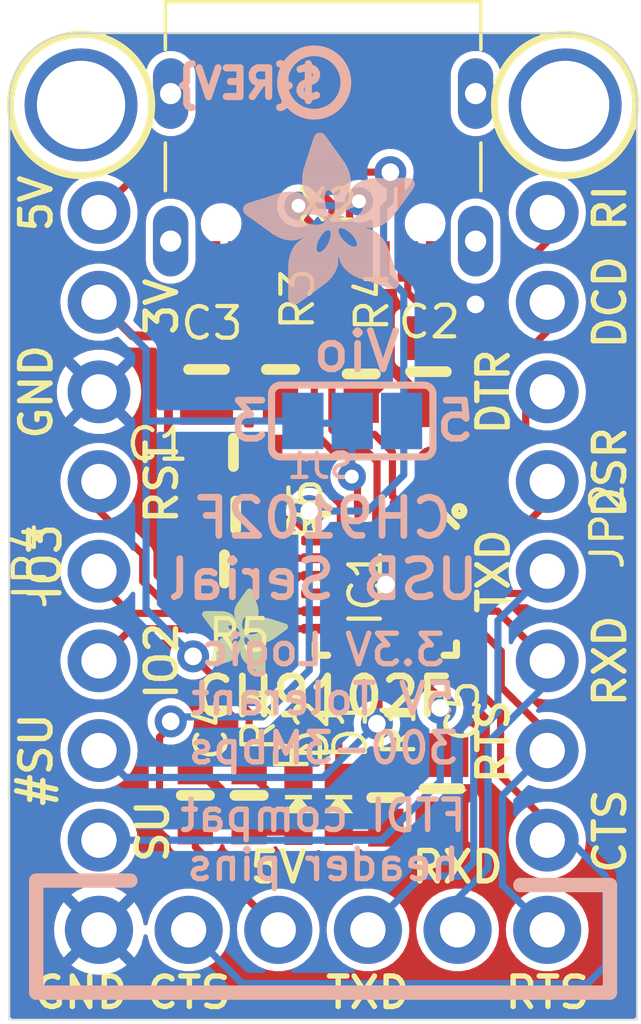
<source format=kicad_pcb>
(kicad_pcb (version 20221018) (generator pcbnew)
  (layers (0 "F.Cu" signal) (31 "B.Cu" signal) (34 "B.Paste" user) (35 "F.Paste" user) (36 "B.SilkS" user "B.Silkscreen") (37 "F.SilkS" user "F.Silkscreen") (38 "B.Mask" user) (39 "F.Mask" user) (44 "Edge.Cuts" user))
  (net 0 "")
  (net 1 "GND")
  (net 2 "VBUS")
  (net 3 "3.3V")
  (net 4 "N$1")
  (net 5 "N$5")
  (net 6 "N$6")
  (net 7 "N$7")
  (net 8 "RXD")
  (net 9 "TXD")
  (net 10 "CTS")
  (net 11 "RTS")
  (net 12 "GPIO2")
  (net 13 "GPIO3")
  (net 14 "RI")
  (net 15 "DCD")
  (net 16 "DTR")
  (net 17 "DSR")
  (net 18 "SUSP")
  (net 19 "#SUSP")
  (net 20 "RST")
  (net 21 "D+")
  (net 22 "D-")
  (net 23 "CC1")
  (net 24 "CC2")
  (net 25 "VBUS_DETECT")
  (net 26 "N$2")
  (net 27 "N$3")
  (net 28 "N$4")
  (footprint "working:0603-NO" (layer "F.Cu") (at 149.5806 100.6856 90)
    (fp_text reference "R4" (at 1.1176 0.3048 90) (layer "F.SilkS") (effects (font (size 0.896031 0.896031) (thickness 0.119969)) (justify left)))
    (fp_text value "5.1K")
    (pad "1" smd rect (at -0.85 0 90) (size 1.075 1) (layers "F.Cu" "F.Paste" "F.Mask") (net 1 "GND"))
    (pad "2" smd rect (at 0.85 0 90) (size 1.075 1) (layers "F.Cu" "F.Paste" "F.Mask") (net 23 "CC1"))
  )
  (footprint "working:USB_C_CUSB31-CFM2AX-01-X" (layer "F.Cu") (at 148.5011 95.2246 180)
    (fp_text reference "X2" (at 0.8168 -0.679) (layer "F.SilkS") (effects (font (size 0.896031 0.896031) (thickness 0.119969)) (justify left)))
    (fp_text value "USB TYPE C")
    (pad "" np_thru_hole circle (at -2.89 -1.2 180) (size 0.65 0.65) (drill 0.65) (layers "*.Cu" "*.Mask"))
    (pad "" np_thru_hole circle (at 2.89 -1.2 180) (size 0.65 0.65) (drill 0.65) (layers "*.Cu" "*.Mask"))
    (pad "A1B12" smd rect (at -3.2 -2.275 180) (size 0.575 1.15) (layers "F.Cu" "F.Mask") (net 1 "GND"))
    (pad "A4B9" smd rect (at -2.4 -2.275 180) (size 0.575 1.15) (layers "F.Cu" "F.Mask") (net 2 "VBUS"))
    (pad "A5" smd rect (at -1.25 -2.275 180) (size 0.275 1.15) (layers "F.Cu" "F.Paste" "F.Mask") (net 23 "CC1"))
    (pad "A6" smd rect (at -0.25 -2.275 180) (size 0.275 1.15) (layers "F.Cu" "F.Paste" "F.Mask") (net 21 "D+"))
    (pad "A7" smd rect (at 0.25 -2.275 180) (size 0.275 1.15) (layers "F.Cu" "F.Paste" "F.Mask") (net 22 "D-"))
    (pad "A8" smd rect (at 1.25 -2.275 180) (size 0.275 1.15) (layers "F.Cu" "F.Paste" "F.Mask"))
    (pad "B1A12" smd rect (at 3.2 -2.275 180) (size 0.575 1.15) (layers "F.Cu" "F.Mask") (net 1 "GND"))
    (pad "B4A9" smd rect (at 2.4 -2.275 180) (size 0.575 1.15) (layers "F.Cu" "F.Mask") (net 2 "VBUS"))
    (pad "B5" smd rect (at 1.75 -2.275 180) (size 0.275 1.15) (layers "F.Cu" "F.Paste" "F.Mask") (net 24 "CC2"))
    (pad "B6" smd rect (at 0.75 -2.275 180) (size 0.275 1.15) (layers "F.Cu" "F.Paste" "F.Mask") (net 21 "D+"))
    (pad "B7" smd rect (at -0.75 -2.275 180) (size 0.275 1.15) (layers "F.Cu" "F.Paste" "F.Mask") (net 22 "D-"))
    (pad "B8" smd rect (at -1.75 -2.275 180) (size 0.275 1.15) (layers "F.Cu" "F.Paste" "F.Mask"))
    (pad "M1" thru_hole oval (at -4.32 -1.7 270) (size 2 1) (drill 0.6) (layers "*.Cu" "*.Mask"))
    (pad "M2" thru_hole oval (at 4.32 -1.7 270) (size 2 1) (drill 0.6) (layers "*.Cu" "*.Mask"))
    (pad "M3" thru_hole oval (at -4.32 2.48 270) (size 2 1) (drill 0.6) (layers "*.Cu" "*.Mask"))
    (pad "M4" thru_hole oval (at 4.32 2.48 270) (size 2 1) (drill 0.6) (layers "*.Cu" "*.Mask"))
  )
  (footprint "working:0603-NO" (layer "F.Cu") (at 147.2946 100.5586 90)
    (fp_text reference "R3" (at 1.0414 0.4826 90) (layer "F.SilkS") (effects (font (size 0.896031 0.896031) (thickness 0.119969)) (justify left)))
    (fp_text value "5.1K")
    (pad "1" smd rect (at -0.85 0 90) (size 1.075 1) (layers "F.Cu" "F.Paste" "F.Mask") (net 1 "GND"))
    (pad "2" smd rect (at 0.85 0 90) (size 1.075 1) (layers "F.Cu" "F.Paste" "F.Mask") (net 24 "CC2"))
  )
  (footprint "working:1X06_ROUND_76" (layer "F.Cu") (at 148.5011 116.4336)
    (fp_text reference "JP1" hide)
    (fp_text value "FTDI")
    (pad "1" thru_hole circle (at -6.35 0 90) (size 1.9304 1.9304) (drill 1) (layers "*.Cu" "*.Mask") (net 1 "GND"))
    (pad "2" thru_hole circle (at -3.81 0 90) (size 1.9304 1.9304) (drill 1) (layers "*.Cu" "*.Mask") (net 10 "CTS"))
    (pad "3" thru_hole circle (at -1.27 0 90) (size 1.9304 1.9304) (drill 1) (layers "*.Cu" "*.Mask") (net 2 "VBUS"))
    (pad "4" thru_hole circle (at 1.27 0 90) (size 1.9304 1.9304) (drill 1) (layers "*.Cu" "*.Mask") (net 9 "TXD"))
    (pad "5" thru_hole circle (at 3.81 0 90) (size 1.9304 1.9304) (drill 1) (layers "*.Cu" "*.Mask") (net 8 "RXD"))
    (pad "6" thru_hole circle (at 6.35 0 90) (size 1.9304 1.9304) (drill 1) (layers "*.Cu" "*.Mask") (net 11 "RTS"))
  )
  (footprint "working:1X08_ROUND_70" (layer "F.Cu") (at 142.1511 105.0036 -90)
    (fp_text reference "JP4" (at -0.1778 1.9558 90) (layer "F.SilkS") (effects (font (size 0.896031 0.896031) (thickness 0.119969)) (justify right)))
    (fp_text value "Control")
    (pad "1" thru_hole circle (at -8.89 0) (size 1.778 1.778) (drill 1) (layers "*.Cu" "*.Mask") (net 2 "VBUS"))
    (pad "2" thru_hole circle (at -6.35 0) (size 1.778 1.778) (drill 1) (layers "*.Cu" "*.Mask") (net 3 "3.3V"))
    (pad "3" thru_hole circle (at -3.81 0) (size 1.778 1.778) (drill 1) (layers "*.Cu" "*.Mask") (net 1 "GND"))
    (pad "4" thru_hole circle (at -1.27 0) (size 1.778 1.778) (drill 1) (layers "*.Cu" "*.Mask") (net 20 "RST"))
    (pad "5" thru_hole circle (at 1.27 0) (size 1.778 1.778) (drill 1) (layers "*.Cu" "*.Mask") (net 13 "GPIO3"))
    (pad "6" thru_hole circle (at 3.81 0) (size 1.778 1.778) (drill 1) (layers "*.Cu" "*.Mask") (net 12 "GPIO2"))
    (pad "7" thru_hole circle (at 6.35 0) (size 1.778 1.778) (drill 1) (layers "*.Cu" "*.Mask") (net 19 "#SUSP"))
    (pad "8" thru_hole circle (at 8.89 0) (size 1.778 1.778) (drill 1) (layers "*.Cu" "*.Mask") (net 18 "SUSP"))
  )
  (footprint "working:MOUNTINGHOLE_2.5_PLATED" (layer "F.Cu") (at 155.3591 93.0656)
    (fp_text reference "U$18" hide)
    (fp_text value "MOUNTINGHOLE2.5" hide)
    (pad "P$1" thru_hole circle (at 0 0) (size 3.2 3.2) (drill 2.5) (layers "*.Cu" "*.Mask"))
    (zone (net 0) (net_name "") (layer "F.Cu") (connect_pads (clearance 0)) (min_thickness 0.25)
      (keepout (tracks not_allowed) (vias not_allowed) (pads not_allowed) (copperpour not_allowed) (footprints allowed))
      (fill (thermal_gap 0.5) (thermal_bridge_width 0.5))
      (polygon (pts (xy 157.3751 93.0656) (xy 157.35548 92.785027) (xy 157.297004 92.509915) (xy 157.200808 92.245619) (xy 157.068765 91.997283) (xy 156.903446 91.76974) (xy 156.708067 91.56742) (xy 156.486433 91.39426) (xy 156.242856 91.253631) (xy 155.982078 91.14827) (xy 155.709175 91.080228) (xy 155.429457 91.050828) (xy 155.148371 91.060644) (xy 154.871385 91.109484) (xy 154.603893 91.196397) (xy 154.3511 91.319693) (xy 154.117926 91.47697) (xy 153.908911 91.665169) (xy 153.728122 91.880625) (xy 153.579078 92.119145) (xy 153.46468 92.376087) (xy 153.387154 92.64645) (xy 153.348011 92.924971) (xy 153.348011 93.206229) (xy 153.387154 93.48475) (xy 153.46468 93.755113) (xy 153.579078 94.012055) (xy 153.728122 94.250575) (xy 153.908911 94.466031) (xy 154.117926 94.65423) (xy 154.3511 94.811507) (xy 154.603893 94.934803) (xy 154.871385 95.021716) (xy 155.148371 95.070556) (xy 155.429457 95.080372) (xy 155.709175 95.050972) (xy 155.982078 94.98293) (xy 156.242856 94.877569) (xy 156.486433 94.73694) (xy 156.708067 94.56378) (xy 156.903446 94.36146) (xy 157.068765 94.133917) (xy 157.200808 93.885581) (xy 157.297004 93.621285) (xy 157.35548 93.346173)))
      (polygon (pts (xy 155.3431 93.0656) (xy 155.347786 93.076914) (xy 155.3591 93.0816) (xy 155.370414 93.076914) (xy 155.3751 93.0656) (xy 155.370414 93.054286) (xy 155.3591 93.0496) (xy 155.347786 93.054286)))
    )
    (zone (net 0) (net_name "") (layer "B.Cu") (connect_pads (clearance 0)) (min_thickness 0.25)
      (keepout (tracks not_allowed) (vias not_allowed) (pads not_allowed) (copperpour not_allowed) (footprints allowed))
      (fill (thermal_gap 0.5) (thermal_bridge_width 0.5))
      (polygon (pts (xy 157.3751 93.0656) (xy 157.35548 92.785027) (xy 157.297004 92.509915) (xy 157.200808 92.245619) (xy 157.068765 91.997283) (xy 156.903446 91.76974) (xy 156.708067 91.56742) (xy 156.486433 91.39426) (xy 156.242856 91.253631) (xy 155.982078 91.14827) (xy 155.709175 91.080228) (xy 155.429457 91.050828) (xy 155.148371 91.060644) (xy 154.871385 91.109484) (xy 154.603893 91.196397) (xy 154.3511 91.319693) (xy 154.117926 91.47697) (xy 153.908911 91.665169) (xy 153.728122 91.880625) (xy 153.579078 92.119145) (xy 153.46468 92.376087) (xy 153.387154 92.64645) (xy 153.348011 92.924971) (xy 153.348011 93.206229) (xy 153.387154 93.48475) (xy 153.46468 93.755113) (xy 153.579078 94.012055) (xy 153.728122 94.250575) (xy 153.908911 94.466031) (xy 154.117926 94.65423) (xy 154.3511 94.811507) (xy 154.603893 94.934803) (xy 154.871385 95.021716) (xy 155.148371 95.070556) (xy 155.429457 95.080372) (xy 155.709175 95.050972) (xy 155.982078 94.98293) (xy 156.242856 94.877569) (xy 156.486433 94.73694) (xy 156.708067 94.56378) (xy 156.903446 94.36146) (xy 157.068765 94.133917) (xy 157.200808 93.885581) (xy 157.297004 93.621285) (xy 157.35548 93.346173)))
      (polygon (pts (xy 155.3431 93.0656) (xy 155.347786 93.076914) (xy 155.3591 93.0816) (xy 155.370414 93.076914) (xy 155.3751 93.0656) (xy 155.370414 93.054286) (xy 155.3591 93.0496) (xy 155.347786 93.054286)))
    )
  )
  (footprint "working:QFN24_4MM_SMSC" (layer "F.Cu") (at 150.2791 106.6546 -90)
    (fp_text reference "IC1" (at -1.0784 0.5782 90) (layer "F.SilkS") (effects (font (size 0.896031 0.896031) (thickness 0.119969)) (justify right)))
    (fp_text value "CH9102F")
    (pad "1" smd roundrect (at -2 -1.25 90) (size 0.8 0.28) (layers "F.Cu" "F.Paste" "F.Mask") (net 14 "RI"))
    (pad "2" smd roundrect (at -2 -0.75 90) (size 0.8 0.28) (layers "F.Cu" "F.Paste" "F.Mask") (net 1 "GND"))
    (pad "3" smd roundrect (at -2 -0.25 90) (size 0.8 0.28) (layers "F.Cu" "F.Paste" "F.Mask") (net 21 "D+"))
    (pad "4" smd roundrect (at -2 0.25 90) (size 0.8 0.28) (layers "F.Cu" "F.Paste" "F.Mask") (net 22 "D-"))
    (pad "5" smd roundrect (at -2 0.75 90) (size 0.8 0.28) (layers "F.Cu" "F.Paste" "F.Mask") (net 27 "N$3"))
    (pad "6" smd roundrect (at -2 1.25 90) (size 0.8 0.28) (layers "F.Cu" "F.Paste" "F.Mask") (net 3 "3.3V"))
    (pad "7" smd roundrect (at -1.25 2) (size 0.8 0.28) (layers "F.Cu" "F.Paste" "F.Mask") (net 2 "VBUS"))
    (pad "8" smd roundrect (at -0.75 2) (size 0.8 0.28) (layers "F.Cu" "F.Paste" "F.Mask") (net 25 "VBUS_DETECT"))
    (pad "9" smd roundrect (at -0.25 2) (size 0.8 0.28) (layers "F.Cu" "F.Paste" "F.Mask") (net 20 "RST"))
    (pad "10" smd roundrect (at 0.25 2) (size 0.8 0.28) (layers "F.Cu" "F.Paste" "F.Mask"))
    (pad "11" smd roundrect (at 0.75 2) (size 0.8 0.28) (layers "F.Cu" "F.Paste" "F.Mask") (net 13 "GPIO3"))
    (pad "12" smd roundrect (at 1.25 2) (size 0.8 0.28) (layers "F.Cu" "F.Paste" "F.Mask") (net 12 "GPIO2"))
    (pad "13" smd roundrect (at 2 1.25 270) (size 0.8 0.28) (layers "F.Cu" "F.Paste" "F.Mask") (net 7 "N$7"))
    (pad "14" smd roundrect (at 2 0.75 270) (size 0.8 0.28) (layers "F.Cu" "F.Paste" "F.Mask") (net 6 "N$6"))
    (pad "15" smd roundrect (at 2 0.25 270) (size 0.8 0.28) (layers "F.Cu" "F.Paste" "F.Mask") (net 19 "#SUSP"))
    (pad "16" smd roundrect (at 2 -0.25 270) (size 0.8 0.28) (layers "F.Cu" "F.Paste" "F.Mask") (net 26 "N$2"))
    (pad "17" smd roundrect (at 2 -0.75 270) (size 0.8 0.28) (layers "F.Cu" "F.Paste" "F.Mask") (net 18 "SUSP"))
    (pad "18" smd roundrect (at 2 -1.25 270) (size 0.8 0.28) (layers "F.Cu" "F.Paste" "F.Mask") (net 10 "CTS"))
    (pad "19" smd roundrect (at 1.25 -2 180) (size 0.8 0.28) (layers "F.Cu" "F.Paste" "F.Mask") (net 11 "RTS"))
    (pad "20" smd roundrect (at 0.75 -2 180) (size 0.8 0.28) (layers "F.Cu" "F.Paste" "F.Mask") (net 8 "RXD"))
    (pad "21" smd roundrect (at 0.25 -2 180) (size 0.8 0.28) (layers "F.Cu" "F.Paste" "F.Mask") (net 9 "TXD"))
    (pad "22" smd roundrect (at -0.25 -2 180) (size 0.8 0.28) (layers "F.Cu" "F.Paste" "F.Mask") (net 17 "DSR"))
    (pad "23" smd roundrect (at -0.75 -2 180) (size 0.8 0.28) (layers "F.Cu" "F.Paste" "F.Mask") (net 16 "DTR"))
    (pad "24" smd roundrect (at -1.25 -2 180) (size 0.8 0.28) (layers "F.Cu" "F.Paste" "F.Mask") (net 15 "DCD"))
    (pad "THERM" smd rect (at 0 0 270) (size 2.5 2.5) (layers "F.Cu" "F.Mask") (net 1 "GND"))
  )
  (footprint "working:MOUNTINGHOLE_2.5_PLATED" (layer "F.Cu") (at 141.6431 93.0656)
    (fp_text reference "U$19" hide)
    (fp_text value "MOUNTINGHOLE2.5" hide)
    (pad "P$1" thru_hole circle (at 0 0) (size 3.2 3.2) (drill 2.5) (layers "*.Cu" "*.Mask"))
    (zone (net 0) (net_name "") (layer "F.Cu") (connect_pads (clearance 0)) (min_thickness 0.25)
      (keepout (tracks not_allowed) (vias not_allowed) (pads not_allowed) (copperpour not_allowed) (footprints allowed))
      (fill (thermal_gap 0.5) (thermal_bridge_width 0.5))
      (polygon (pts (xy 143.6591 93.0656) (xy 143.63948 92.785027) (xy 143.581004 92.509915) (xy 143.484808 92.245619) (xy 143.352765 91.997283) (xy 143.187446 91.76974) (xy 142.992067 91.56742) (xy 142.770433 91.39426) (xy 142.526856 91.253631) (xy 142.266078 91.14827) (xy 141.993175 91.080228) (xy 141.713457 91.050828) (xy 141.432371 91.060644) (xy 141.155385 91.109484) (xy 140.887893 91.196397) (xy 140.6351 91.319693) (xy 140.401926 91.47697) (xy 140.192911 91.665169) (xy 140.012122 91.880625) (xy 139.863078 92.119145) (xy 139.74868 92.376087) (xy 139.671154 92.64645) (xy 139.632011 92.924971) (xy 139.632011 93.206229) (xy 139.671154 93.48475) (xy 139.74868 93.755113) (xy 139.863078 94.012055) (xy 140.012122 94.250575) (xy 140.192911 94.466031) (xy 140.401926 94.65423) (xy 140.6351 94.811507) (xy 140.887893 94.934803) (xy 141.155385 95.021716) (xy 141.432371 95.070556) (xy 141.713457 95.080372) (xy 141.993175 95.050972) (xy 142.266078 94.98293) (xy 142.526856 94.877569) (xy 142.770433 94.73694) (xy 142.992067 94.56378) (xy 143.187446 94.36146) (xy 143.352765 94.133917) (xy 143.484808 93.885581) (xy 143.581004 93.621285) (xy 143.63948 93.346173)))
      (polygon (pts (xy 141.6271 93.0656) (xy 141.631786 93.076914) (xy 141.6431 93.0816) (xy 141.654414 93.076914) (xy 141.6591 93.0656) (xy 141.654414 93.054286) (xy 141.6431 93.0496) (xy 141.631786 93.054286)))
    )
    (zone (net 0) (net_name "") (layer "B.Cu") (connect_pads (clearance 0)) (min_thickness 0.25)
      (keepout (tracks not_allowed) (vias not_allowed) (pads not_allowed) (copperpour not_allowed) (footprints allowed))
      (fill (thermal_gap 0.5) (thermal_bridge_width 0.5))
      (polygon (pts (xy 143.6591 93.0656) (xy 143.63948 92.785027) (xy 143.581004 92.509915) (xy 143.484808 92.245619) (xy 143.352765 91.997283) (xy 143.187446 91.76974) (xy 142.992067 91.56742) (xy 142.770433 91.39426) (xy 142.526856 91.253631) (xy 142.266078 91.14827) (xy 141.993175 91.080228) (xy 141.713457 91.050828) (xy 141.432371 91.060644) (xy 141.155385 91.109484) (xy 140.887893 91.196397) (xy 140.6351 91.319693) (xy 140.401926 91.47697) (xy 140.192911 91.665169) (xy 140.012122 91.880625) (xy 139.863078 92.119145) (xy 139.74868 92.376087) (xy 139.671154 92.64645) (xy 139.632011 92.924971) (xy 139.632011 93.206229) (xy 139.671154 93.48475) (xy 139.74868 93.755113) (xy 139.863078 94.012055) (xy 140.012122 94.250575) (xy 140.192911 94.466031) (xy 140.401926 94.65423) (xy 140.6351 94.811507) (xy 140.887893 94.934803) (xy 141.155385 95.021716) (xy 141.432371 95.070556) (xy 141.713457 95.080372) (xy 141.993175 95.050972) (xy 142.266078 94.98293) (xy 142.526856 94.877569) (xy 142.770433 94.73694) (xy 142.992067 94.56378) (xy 143.187446 94.36146) (xy 143.352765 94.133917) (xy 143.484808 93.885581) (xy 143.581004 93.621285) (xy 143.63948 93.346173)))
      (polygon (pts (xy 141.6271 93.0656) (xy 141.631786 93.076914) (xy 141.6431 93.0816) (xy 141.654414 93.076914) (xy 141.6591 93.0656) (xy 141.654414 93.054286) (xy 141.6431 93.0496) (xy 141.631786 93.054286)))
    )
  )
  (footprint "working:0603-NO" (layer "F.Cu") (at 150.2791 112.6871 90)
    (fp_text reference "R1" (at 1.0795 0.3683 90) (layer "F.SilkS") (effects (font (size 0.896031 0.896031) (thickness 0.119969)) (justify left)))
    (fp_text value "5.1K")
    (pad "1" smd rect (at -0.85 0 90) (size 1.075 1) (layers "F.Cu" "F.Paste" "F.Mask") (net 4 "N$1"))
    (pad "2" smd rect (at 0.85 0 90) (size 1.075 1) (layers "F.Cu" "F.Paste" "F.Mask") (net 3 "3.3V"))
  )
  (footprint "working:ADAFRUIT_2.5MM" (layer "F.Cu") (at 145.0721 109.1946)
    (fp_text reference "U$8" hide)
    (fp_text value "" hide)
  )
  (footprint "working:0805-NO" (layer "F.Cu") (at 145.1991 100.5586 -90)
    (fp_text reference "C3" (at -1.3081 0.8001) (layer "F.SilkS") (effects (font (size 0.896031 0.896031) (thickness 0.119969)) (justify left)))
    (fp_text value "10uF")
    (pad "1" smd rect (at -0.95 0 270) (size 1.24 1.5) (layers "F.Cu" "F.Paste" "F.Mask") (net 3 "3.3V"))
    (pad "2" smd rect (at 0.95 0 270) (size 1.24 1.5) (layers "F.Cu" "F.Paste" "F.Mask") (net 1 "GND"))
  )
  (footprint "working:1X08_ROUND_70" (layer "F.Cu") (at 154.8511 105.0036 90)
    (fp_text reference "JP2" (at -1.2954 1.7018 90) (layer "F.SilkS") (effects (font (size 0.896031 0.896031) (thickness 0.119969)) (justify left)))
    (fp_text value "Modem")
    (pad "1" thru_hole circle (at -8.89 0 180) (size 1.778 1.778) (drill 1) (layers "*.Cu" "*.Mask") (net 10 "CTS"))
    (pad "2" thru_hole circle (at -6.35 0 180) (size 1.778 1.778) (drill 1) (layers "*.Cu" "*.Mask") (net 11 "RTS"))
    (pad "3" thru_hole circle (at -3.81 0 180) (size 1.778 1.778) (drill 1) (layers "*.Cu" "*.Mask") (net 8 "RXD"))
    (pad "4" thru_hole circle (at -1.27 0 180) (size 1.778 1.778) (drill 1) (layers "*.Cu" "*.Mask") (net 9 "TXD"))
    (pad "5" thru_hole circle (at 1.27 0 180) (size 1.778 1.778) (drill 1) (layers "*.Cu" "*.Mask") (net 17 "DSR"))
    (pad "6" thru_hole circle (at 3.81 0 180) (size 1.778 1.778) (drill 1) (layers "*.Cu" "*.Mask") (net 16 "DTR"))
    (pad "7" thru_hole circle (at 6.35 0 180) (size 1.778 1.778) (drill 1) (layers "*.Cu" "*.Mask") (net 15 "DCD"))
    (pad "8" thru_hole circle (at 8.89 0 180) (size 1.778 1.778) (drill 1) (layers "*.Cu" "*.Mask") (net 14 "RI"))
  )
  (footprint "working:0603-NO" (layer "F.Cu") (at 146.0246 104.6861)
    (fp_text reference "R6" (at 1.9812 0.7874 90) (layer "F.SilkS") (effects (font (size 0.896031 0.896031) (thickness 0.119969)) (justify left)))
    (fp_text value "20K")
    (pad "1" smd rect (at -0.85 0) (size 1.075 1) (layers "F.Cu" "F.Paste" "F.Mask") (net 25 "VBUS_DETECT"))
    (pad "2" smd rect (at 0.85 0) (size 1.075 1) (layers "F.Cu" "F.Paste" "F.Mask") (net 2 "VBUS"))
  )
  (footprint "working:0603-NO" (layer "F.Cu") (at 145.7071 106.2101)
    (fp_text reference "R5" (at -0.5334 1.8796) (layer "F.SilkS") (effects (font (size 0.896031 0.896031) (thickness 0.119969)) (justify left)))
    (fp_text value "47K")
    (pad "1" smd rect (at -0.85 0) (size 1.075 1) (layers "F.Cu" "F.Paste" "F.Mask") (net 1 "GND"))
    (pad "2" smd rect (at 0.85 0) (size 1.075 1) (layers "F.Cu" "F.Paste" "F.Mask") (net 25 "VBUS_DETECT"))
  )
  (footprint "working:0805-NO" (layer "F.Cu") (at 151.8666 112.4331 -90)
    (fp_text reference "C5" (at -1.2446 -0.5842 90) (layer "F.SilkS") (effects (font (size 0.896031 0.896031) (thickness 0.119969)) (justify left)))
    (fp_text value "10uF")
    (pad "1" smd rect (at -0.95 0 270) (size 1.24 1.5) (layers "F.Cu" "F.Paste" "F.Mask") (net 26 "N$2"))
    (pad "2" smd rect (at 0.95 0 270) (size 1.24 1.5) (layers "F.Cu" "F.Paste" "F.Mask") (net 1 "GND"))
  )
  (footprint "working:CHIPLED_0603_NOOUTLINE" (layer "F.Cu") (at 147.8026 112.8776)
    (fp_text reference "D2" (at 0.381 -1.1684 90) (layer "F.SilkS") (effects (font (size 0.896031 0.896031) (thickness 0.119969)) (justify left)))
    (fp_text value "GREEN")
    (pad "A" smd rect (at 0 0.75) (size 0.8 0.8) (layers "F.Cu" "F.Paste" "F.Mask") (net 5 "N$5"))
    (pad "C" smd rect (at 0 -0.75) (size 0.8 0.8) (layers "F.Cu" "F.Paste" "F.Mask") (net 7 "N$7"))
  )
  (footprint "working:FIDUCIAL_1MM" (layer "F.Cu") (at 140.5001 115.0366)
    (fp_text reference "FID1" hide)
    (fp_text value "FIDUCIAL_1MM" hide)
    (pad "1" smd roundrect (at 0 0) (size 1 1) (layers "F.Cu" "F.Mask") (roundrect_rratio 0.5))
  )
  (footprint "working:0603-NO" (layer "F.Cu") (at 145.9611 102.9081 180)
    (fp_text reference "C1" (at 1.1938 0.2286) (layer "F.SilkS") (effects (font (size 0.896031 0.896031) (thickness 0.119969)) (justify right)))
    (fp_text value "0.1uF")
    (pad "1" smd rect (at -0.85 0 180) (size 1.075 1) (layers "F.Cu" "F.Paste" "F.Mask") (net 3 "3.3V"))
    (pad "2" smd rect (at 0.85 0 180) (size 1.075 1) (layers "F.Cu" "F.Paste" "F.Mask") (net 1 "GND"))
  )
  (footprint "working:FIDUCIAL_1MM" (layer "F.Cu") (at 151.6126 103.2256)
    (fp_text reference "FID2" hide)
    (fp_text value "FIDUCIAL_1MM" hide)
    (pad "1" smd roundrect (at 0 0) (size 1 1) (layers "F.Cu" "F.Mask") (roundrect_rratio 0.5))
  )
  (footprint "working:CHIPLED_0603_NOOUTLINE" (layer "F.Cu") (at 148.9456 112.8776)
    (fp_text reference "D1" (at 0.3302 -1.1938 90) (layer "F.SilkS") (effects (font (size 0.896031 0.896031) (thickness 0.119969)) (justify left)))
    (fp_text value "RED")
    (pad "A" smd rect (at 0 0.75) (size 0.8 0.8) (layers "F.Cu" "F.Paste" "F.Mask") (net 4 "N$1"))
    (pad "C" smd rect (at 0 -0.75) (size 0.8 0.8) (layers "F.Cu" "F.Paste" "F.Mask") (net 6 "N$6"))
  )
  (footprint "working:0603-NO" (layer "F.Cu") (at 144.8816 112.6236 90)
    (fp_text reference "C4" (at 0.9144 0.4572 90) (layer "F.SilkS") (effects (font (size 0.896031 0.896031) (thickness 0.119969)) (justify left)))
    (fp_text value "0.1uF")
    (pad "1" smd rect (at -0.85 0 90) (size 1.075 1) (layers "F.Cu" "F.Paste" "F.Mask") (net 2 "VBUS"))
    (pad "2" smd rect (at 0.85 0 90) (size 1.075 1) (layers "F.Cu" "F.Paste" "F.Mask") (net 1 "GND"))
  )
  (footprint "working:0805-NO" (layer "F.Cu") (at 151.4856 100.6221 -90)
    (fp_text reference "C2" (at -1.4097 0.9271) (layer "F.SilkS") (effects (font (size 0.896031 0.896031) (thickness 0.119969)) (justify left)))
    (fp_text value "10uF")
    (pad "1" smd rect (at -0.95 0 270) (size 1.24 1.5) (layers "F.Cu" "F.Paste" "F.Mask") (net 2 "VBUS"))
    (pad "2" smd rect (at 0.95 0 270) (size 1.24 1.5) (layers "F.Cu" "F.Paste" "F.Mask") (net 1 "GND"))
  )
  (footprint "working:0603-NO" (layer "F.Cu") (at 146.4056 112.6236 90)
    (fp_text reference "R2" (at 1.1557 0.2667 90) (layer "F.SilkS") (effects (font (size 0.896031 0.896031) (thickness 0.119969)) (justify left)))
    (fp_text value "5.1K")
    (pad "1" smd rect (at -0.85 0 90) (size 1.075 1) (layers "F.Cu" "F.Paste" "F.Mask") (net 5 "N$5"))
    (pad "2" smd rect (at 0.85 0 90) (size 1.075 1) (layers "F.Cu" "F.Paste" "F.Mask") (net 3 "3.3V"))
  )
  (footprint "working:SOLDERJUMPER_2WAY_OPEN_NOPASTE" (layer "B.Cu") (at 149.3266 102.0191)
    (fp_text reference "SJ1" (at -1.905 1.27) (layer "B.SilkS") (effects (font (size 0.692831 0.692831) (thickness 0.119969)) (justify right mirror)))
    (fp_text value "")
    (pad "1" smd rect (at -1.397 0) (size 1.1684 1.6002) (layers "B.Cu") (net 3 "3.3V"))
    (pad "2" smd rect (at 0 0) (size 1.1684 1.6002) (layers "B.Cu") (net 27 "N$3"))
    (pad "3" smd rect (at 1.397 0) (size 1.1684 1.6002) (layers "B.Cu") (net 2 "VBUS"))
  )
  (footprint "working:ADAFRUIT_5MM" (layer "B.Cu") (at 151.1046 98.7171 180)
    (fp_text reference "U$22" hide)
    (fp_text value "" hide)
  )
  (footprint "working:PCBFEAT-REV-040" (layer "B.Cu") (at 148.2471 92.4306 180)
    (fp_text reference "U$17" hide)
    (fp_text value "" hide)
    (fp_text user "${REV}" (at -0.3556 -0.508) (layer "B.SilkS") (effects (font (size 0.8128 0.8128) (thickness 0.2032)) (justify left bottom mirror)))
  )
  (gr_line (start 143.0401 115.0366) (end 140.3731 115.0366) (stroke (width 0.4064)) (layer "B.SilkS"))
  (gr_line (start 140.3731 115.0366) (end 140.3731 118.2116) (stroke (width 0.4064)) (layer "B.SilkS"))
  (gr_line (start 156.6291 115.1636) (end 154.0891 115.1636) (stroke (width 0.4064)) (layer "B.SilkS"))
  (gr_line (start 140.3731 118.2116) (end 156.6291 118.2116) (stroke (width 0.4064)) (layer "B.SilkS"))
  (gr_line (start 156.6291 118.2116) (end 156.6291 115.1636) (stroke (width 0.4064)) (layer "B.SilkS"))
  (gr_line (start 157.3911 92.9386) (end 157.3911 118.9736) (stroke (width 0.05)) (layer "Edge.Cuts"))
  (gr_arc (start 139.6111 92.9386) (mid 140.169062 91.591562) (end 141.5161 91.0336) (stroke (width 0.05)) (layer "Edge.Cuts"))
  (gr_line (start 157.3911 118.9736) (end 139.6111 118.9736) (stroke (width 0.05)) (layer "Edge.Cuts"))
  (gr_line (start 139.6111 118.9736) (end 139.6111 92.9386) (stroke (width 0.05)) (layer "Edge.Cuts"))
  (gr_arc (start 155.4861 91.0336) (mid 156.833138 91.591562) (end 157.3911 92.9386) (stroke (width 0.05)) (layer "Edge.Cuts"))
  (gr_line (start 141.5161 91.0336) (end 155.4861 91.0336) (stroke (width 0.05)) (layer "Edge.Cuts"))
  (gr_text "5" (at 152.2476 102.0191) (layer "B.SilkS") (effects (font (size 1.0795 1.0795) (thickness 0.1905)) (justify mirror)))
  (gr_text "3" (at 146.4056 102.0191) (layer "B.SilkS") (effects (font (size 1.0795 1.0795) (thickness 0.1905)) (justify mirror)))
  (gr_text "CH9102F\nUSB Serial" (at 148.5011 105.6386) (layer "B.SilkS") (effects (font (size 1.0795 1.0795) (thickness 0.1905)) (justify mirror)))
  (gr_text "FTDI compat\nheader pins" (at 148.5011 113.8936) (layer "B.SilkS") (effects (font (size 0.8636 0.8636) (thickness 0.1524)) (justify mirror)))
  (gr_text "Vio" (at 149.4536 100.0506) (layer "B.SilkS") (effects (font (size 1.0795 1.0795) (thickness 0.1905)) (justify mirror)))
  (gr_text "3.3V Logic\n5V Tolerant\n300-3Mbps" (at 148.5011 109.8931) (layer "B.SilkS") (effects (font (size 0.8636 0.8636) (thickness 0.1524)) (justify mirror)))
  (gr_text "R" (at 147.1041 110.9726 90) (layer "F.SilkS") (effects (font (size 0.89408 0.89408) (thickness 0.12192)) (justify right top)))
  (gr_text "GND" (at 141.6431 118.2116) (layer "F.SilkS") (effects (font (size 0.8636 0.8636) (thickness 0.1524))))
  (gr_text "CTS" (at 144.6911 118.2116) (layer "F.SilkS") (effects (font (size 0.8636 0.8636) (thickness 0.1524))))
  (gr_text "#SU" (at 140.3731 111.6076 90) (layer "F.SilkS") (effects (font (size 0.8636 0.8636) (thickness 0.1524))))
  (gr_text "RTS" (at 154.8511 118.2116) (layer "F.SilkS") (effects (font (size 0.8636 0.8636) (thickness 0.1524))))
  (gr_text "DTR" (at 153.3271 101.1936 90) (layer "F.SilkS") (effects (font (size 0.8636 0.8636) (thickness 0.1524))))
  (gr_text "IO3" (at 140.6271 106.0196 90) (layer "F.SilkS") (effects (font (size 0.8636 0.8636) (thickness 0.1524))))
  (gr_text "CTS" (at 156.6291 113.6396 90) (layer "F.SilkS") (effects (font (size 0.8636 0.8636) (thickness 0.1524))))
  (gr_text "CH9102F" (at 148.5011 109.8296) (layer "F.SilkS") (effects (font (size 1.0795 1.0795) (thickness 0.1905))))
  (gr_text "IO2" (at 143.9291 108.8136 90) (layer "F.SilkS") (effects (font (size 0.8636 0.8636) (thickness 0.1524))))
  (gr_text "TXD" (at 153.3271 106.2736 90) (layer "F.SilkS") (effects (font (size 0.8636 0.8636) (thickness 0.1524))))
  (gr_text "RI" (at 156.6291 95.9866 90) (layer "F.SilkS") (effects (font (size 0.8636 0.8636) (thickness 0.1524))))
  (gr_text "RTS" (at 153.3271 111.0996 90) (layer "F.SilkS") (effects (font (size 0.8636 0.8636) (thickness 0.1524))))
  (gr_text "DSR" (at 156.6291 103.4796 90) (layer "F.SilkS") (effects (font (size 0.8636 0.8636) (thickness 0.1524))))
  (gr_text "RST" (at 143.9291 103.7336 90) (layer "F.SilkS") (effects (font (size 0.8636 0.8636) (thickness 0.1524))))
  (gr_text "5V" (at 147.2311 114.6556) (layer "F.SilkS") (effects (font (size 0.8636 0.8636) (thickness 0.1524))))
  (gr_text "GND" (at 140.3731 101.1936 90) (layer "F.SilkS") (effects (font (size 0.8636 0.8636) (thickness 0.1524))))
  (gr_text "DCD" (at 156.6291 98.6536 90) (layer "F.SilkS") (effects (font (size 0.8636 0.8636) (thickness 0.1524))))
  (gr_text "RXD" (at 152.3111 114.6556) (layer "F.SilkS") (effects (font (size 0.8636 0.8636) (thickness 0.1524))))
  (gr_text "RXD" (at 156.6291 108.8136 90) (layer "F.SilkS") (effects (font (size 0.8636 0.8636) (thickness 0.1524))))
  (gr_text "5V" (at 140.3731 95.8596 90) (layer "F.SilkS") (effects (font (size 0.8636 0.8636) (thickness 0.1524))))
  (gr_text "T" (at 148.3741 110.9726 90) (layer "F.SilkS") (effects (font (size 0.89408 0.89408) (thickness 0.12192)) (justify right top)))
  (gr_text "SU" (at 143.6751 113.6396 90) (layer "F.SilkS") (effects (font (size 0.8636 0.8636) (thickness 0.1524))))
  (gr_text "TXD" (at 149.7711 118.2116) (layer "F.SilkS") (effects (font (size 0.8636 0.8636) (thickness 0.1524))))
  (gr_text "3V" (at 143.9291 98.7806 90) (layer "F.SilkS") (effects (font (size 0.8636 0.8636) (thickness 0.1524))))
  (segment (start 152.6547 101.2571) (end 152.3397 101.5721) (width 0.3048) (layer "F.Cu") (net 1))
  (segment (start 145.3011 98.4044) (end 145.4634 98.4044) (width 0.254) (layer "F.Cu") (net 1))
  (segment (start 151.7011 97.7896) (end 152.6547 98.7432) (width 0.3048) (layer "F.Cu") (net 1))
  (segment (start 151.0291 104.6546) (end 151.0291 105.9046) (width 0.254) (layer "F.Cu") (net 1))
  (segment (start 151.7011 97.4996) (end 151.7011 97.7896) (width 0.3048) (layer "F.Cu") (net 1))
  (segment (start 152.6547 98.7432) (end 152.6547 101.2571) (width 0.3048) (layer "F.Cu") (net 1))
  (segment (start 152.3397 101.5721) (end 151.4856 101.5721) (width 0.3048) (layer "F.Cu") (net 1))
  (segment (start 151.0291 105.9046) (end 150.2791 106.6546) (width 0.254) (layer "F.Cu") (net 1))
  (segment (start 145.3011 97.4996) (end 145.3011 98.4044) (width 0.3048) (layer "F.Cu") (net 1))
  (via (at 152.8191 98.7171) (size 0.9064) (drill 0.5) (layers "F.Cu" "B.Cu") (net 1))
  (via (at 150.2791 106.6546) (size 0.9064) (drill 0.5) (layers "F.Cu" "B.Cu") (net 1))
  (segment (start 146.2917 96.706519) (end 146.2917 95.8092) (width 0.2032) (layer "F.Cu") (net 2))
  (segment (start 147.8721 104.8071) (end 147.6816 104.8071) (width 0.2032) (layer "F.Cu") (net 2))
  (segment (start 148.108387 104.570813) (end 147.8721 104.8071) (width 0.2032) (layer "F.Cu") (net 2))
  (segment (start 148.2791 105.4046) (end 147.77685 104.90235) (width 0.2032) (layer "F.Cu") (net 2))
  (segment (start 147.6816 104.8071) (end 146.9956 104.8071) (width 0.2032) (layer "F.Cu") (net 2))
  (segment (start 150.7105 95.2115) (end 150.4696 94.9706) (width 0.2032) (layer "F.Cu") (net 2))
  (segment (start 143.8656 110.9726) (end 143.8656 113.0681) (width 0.2032) (layer "F.Cu") (net 2))
  (segment (start 144.8816 114.0841) (end 144.8816 113.4736) (width 0.2032) (layer "F.Cu") (net 2))
  (segment (start 150.9011 98.3866) (end 151.4856 98.9711) (width 0.2032) (layer "F.Cu") (net 2))
  (segment (start 145.1991 94.7166) (end 149.2631 94.7166) (width 0.2032) (layer "F.Cu") (net 2))
  (segment (start 150.7105 97.309) (end 150.9011 97.4996) (width 0.2032) (layer "F.Cu") (net 2))
  (segment (start 143.5481 94.7166) (end 142.1511 96.1136) (width 0.2032) (layer "F.Cu") (net 2))
  (segment (start 146.2917 95.8092) (end 145.1991 94.7166) (width 0.2032) (layer "F.Cu") (net 2))
  (segment (start 144.8816 113.4736) (end 144.2711 113.4736) (width 0.2032) (layer "F.Cu") (net 2))
  (segment (start 150.4061 94.9706) (end 149.5171 94.9706) (width 0.2032) (layer "F.Cu") (net 2))
  (segment (start 145.1991 94.7166) (end 143.5481 94.7166) (width 0.2032) (layer "F.Cu") (net 2))
  (segment (start 151.4856 98.9711) (end 151.4856 99.6721) (width 0.2032) (layer "F.Cu") (net 2))
  (segment (start 150.9011 97.4996) (end 150.9011 98.3866) (width 0.2032) (layer "F.Cu") (net 2))
  (segment (start 144.1831 110.5281) (end 144.1831 110.6551) (width 0.2032) (layer "F.Cu") (net 2))
  (segment (start 148.108387 104.570813) (end 147.77685 104.90235) (width 0.2032) (layer "F.Cu") (net 2))
  (segment (start 146.1011 97.4996) (end 146.006618 97.405119) (width 0.2032) (layer "F.Cu") (net 2))
  (segment (start 149.5171 94.9706) (end 149.2631 94.7166) (width 0.2032) (layer "F.Cu") (net 2))
  (segment (start 146.006618 96.9916) (end 146.2917 96.706519) (width 0.2032) (layer "F.Cu") (net 2))
  (segment (start 150.4061 94.9706) (end 150.4696 94.9706) (width 0.2032) (layer "F.Cu") (net 2))
  (segment (start 147.2311 116.4336) (end 144.8816 114.0841) (width 0.2032) (layer "F.Cu") (net 2))
  (segment (start 146.9956 104.8071) (end 146.8746 104.6861) (width 0.2032) (layer "F.Cu") (net 2))
  (segment (start 144.2711 113.4736) (end 143.8656 113.0681) (width 0.2032) (layer "F.Cu") (net 2))
  (segment (start 146.006618 96.9916) (end 146.006618 97.405119) (width 0.2032) (layer "F.Cu") (net 2))
  (segment (start 150.7105 95.2115) (end 150.7105 97.309) (width 0.2032) (layer "F.Cu") (net 2))
  (segment (start 144.1831 110.6551) (end 143.8656 110.9726) (width 0.2032) (layer "F.Cu") (net 2))
  (via (at 148.108387 104.570813) (size 0.9064) (drill 0.5) (layers "F.Cu" "B.Cu") (net 2))
  (via (at 144.1831 110.5281) (size 0.9064) (drill 0.5) (layers "F.Cu" "B.Cu") (net 2))
  (via (at 150.4061 94.9706) (size 0.9064) (drill 0.5) (layers "F.Cu" "B.Cu") (net 2))
  (segment (start 150.2156 95.9866) (end 150.2156 97.8281) (width 0.2032) (layer "B.Cu") (net 2))
  (segment (start 150.7871 102.0191) (end 150.7871 103.5431) (width 0.2032) (layer "B.Cu") (net 2))
  (segment (start 150.7871 98.3996) (end 150.7871 102.0191) (width 0.2032) (layer "B.Cu") (net 2))
  (segment (start 146.7866 110.4011) (end 144.3101 110.4011) (width 0.2032) (layer "B.Cu") (net 2))
  (segment (start 148.108387 104.570813) (end 149.759387 104.570813) (width 0.2032) (layer "B.Cu") (net 2))
  (segment (start 144.1831 110.5281) (end 144.3101 110.4011) (width 0.2032) (layer "B.Cu") (net 2))
  (segment (start 150.7236 102.0191) (end 150.7871 102.0191) (width 0.2032) (layer "B.Cu") (net 2))
  (segment (start 150.7871 98.3996) (end 150.2156 97.8281) (width 0.2032) (layer "B.Cu") (net 2))
  (segment (start 148.108387 109.079313) (end 148.108387 104.570813) (width 0.2032) (layer "B.Cu") (net 2))
  (segment (start 150.4061 95.7961) (end 150.4061 94.9706) (width 0.2032) (layer "B.Cu") (net 2))
  (segment (start 150.7871 103.5431) (end 149.759387 104.570813) (width 0.2032) (layer "B.Cu") (net 2))
  (segment (start 150.4061 95.7961) (end 150.2156 95.9866) (width 0.2032) (layer "B.Cu") (net 2))
  (segment (start 148.108387 109.079313) (end 146.7866 110.4011) (width 0.2032) (layer "B.Cu") (net 2))
  (segment (start 148.379075 103.7336) (end 147.3191 103.7336) (width 0.254) (layer "F.Cu") (net 3))
  (segment (start 149.0291 104.6546) (end 149.0291 104.383625) (width 0.254) (layer "F.Cu") (net 3))
  (segment (start 146.4056 111.7736) (end 146.4056 110.2741) (width 0.2032) (layer "F.Cu") (net 3))
  (segment (start 150.2791 112.06165) (end 149.41785 112.9229) (width 0.2032) (layer "F.Cu") (net 3))
  (segment (start 147.3191 103.7336) (end 146.8111 103.2256) (width 0.254) (layer "F.Cu") (net 3))
  (segment (start 146.8111 103.4161) (end 146.4301 103.7971) (width 0.254) (layer "F.Cu") (net 3))
  (segment (start 144.3101 103.7971) (end 144.1196 103.6066) (width 0.254) (layer "F.Cu") (net 3))
  (segment (start 145.1991 99.6086) (end 144.1196 99.6086) (width 0.254) (layer "F.Cu") (net 3))
  (segment (start 147.3581 112.9229) (end 146.4056 111.9704) (width 0.2032) (layer "F.Cu") (net 3))
  (segment (start 146.4056 110.2741) (end 144.8181 108.6866) (width 0.2032) (layer "F.Cu") (net 3))
  (segment (start 144.1196 103.6066) (end 144.1196 99.6086) (width 0.254) (layer "F.Cu") (net 3))
  (segment (start 146.4056 111.7736) (end 146.4056 111.9704) (width 0.2032) (layer "F.Cu") (net 3))
  (segment (start 150.2791 111.8371) (end 150.2791 112.06165) (width 0.2032) (layer "F.Cu") (net 3))
  (segment (start 144.1196 99.6086) (end 143.1061 99.6086) (width 0.254) (layer "F.Cu") (net 3))
  (segment (start 147.3581 112.9229) (end 149.41785 112.9229) (width 0.2032) (layer "F.Cu") (net 3))
  (segment (start 146.4301 103.7971) (end 144.3101 103.7971) (width 0.254) (layer "F.Cu") (net 3))
  (segment (start 146.8111 103.2256) (end 146.8111 102.9081) (width 0.254) (layer "F.Cu") (net 3))
  (segment (start 143.1061 99.6086) (end 142.1511 98.6536) (width 0.254) (layer "F.Cu") (net 3))
  (segment (start 149.0291 104.383625) (end 148.379075 103.7336) (width 0.254) (layer "F.Cu") (net 3))
  (segment (start 146.8111 102.9081) (end 146.8111 103.4161) (width 0.254) (layer "F.Cu") (net 3))
  (via (at 144.8181 108.6866) (size 0.9064) (drill 0.5) (layers "F.Cu" "B.Cu") (net 3))
  (segment (start 143.4846 99.9871) (end 143.4846 101.956507) (width 0.2032) (layer "B.Cu") (net 3))
  (segment (start 143.547193 102.0191) (end 143.4846 101.956507) (width 0.2032) (layer "B.Cu") (net 3))
  (segment (start 143.4846 101.956507) (end 143.4846 107.3531) (width 0.2032) (layer "B.Cu") (net 3))
  (segment (start 144.8181 108.6866) (end 143.4846 107.3531) (width 0.2032) (layer "B.Cu") (net 3))
  (segment (start 147.9296 102.0191) (end 143.547193 102.0191) (width 0.2032) (layer "B.Cu") (net 3))
  (segment (start 143.4846 99.9871) (end 142.1511 98.6536) (width 0.2032) (layer "B.Cu") (net 3))
  (segment (start 150.2791 113.5371) (end 150.0886 113.7276) (width 0.2032) (layer "F.Cu") (net 4))
  (segment (start 150.0886 113.7276) (end 149.0456 113.7276) (width 0.2032) (layer "F.Cu") (net 4))
  (segment (start 148.9456 113.6276) (end 149.0456 113.7276) (width 0.2032) (layer "F.Cu") (net 4))
  (segment (start 146.5961 113.6641) (end 146.4056 113.4736) (width 0.2032) (layer "F.Cu") (net 5))
  (segment (start 147.7661 113.6641) (end 146.5961 113.6641) (width 0.2032) (layer "F.Cu") (net 5))
  (segment (start 147.8026 113.6276) (end 147.7661 113.6641) (width 0.2032) (layer "F.Cu") (net 5))
  (segment (start 149.5291 109.0991) (end 149.4656 109.1626) (width 0.2032) (layer "F.Cu") (net 6))
  (segment (start 148.9456 112.1276) (end 148.9456 109.8416) (width 0.2032) (layer "F.Cu") (net 6))
  (segment (start 149.5291 108.6546) (end 149.5291 109.0991) (width 0.2032) (layer "F.Cu") (net 6))
  (segment (start 149.4656 109.1626) (end 149.4656 109.3216) (width 0.2032) (layer "F.Cu") (net 6))
  (segment (start 149.4656 109.3216) (end 148.9456 109.8416) (width 0.2032) (layer "F.Cu") (net 6))
  (segment (start 149.0291 109.1111) (end 147.8026 110.3376) (width 0.2032) (layer "F.Cu") (net 7))
  (segment (start 147.8026 110.3376) (end 147.8026 112.1276) (width 0.2032) (layer "F.Cu") (net 7))
  (segment (start 149.0291 108.6546) (end 149.0291 109.1111) (width 0.2032) (layer "F.Cu") (net 7))
  (segment (start 152.2791 107.4046) (end 153.4421 107.4046) (width 0.2032) (layer "F.Cu") (net 8))
  (segment (start 153.4421 107.4046) (end 154.8511 108.8136) (width 0.2032) (layer "F.Cu") (net 8))
  (segment (start 152.3111 115.5446) (end 153.1747 114.681) (width 0.2032) (layer "B.Cu") (net 8))
  (segment (start 154.8511 109.4486) (end 154.8511 108.8136) (width 0.2032) (layer "B.Cu") (net 8))
  (segment (start 153.1747 114.681) (end 153.1747 111.125) (width 0.2032) (layer "B.Cu") (net 8))
  (segment (start 152.3111 116.4336) (end 152.3111 115.5446) (width 0.2032) (layer "B.Cu") (net 8))
  (segment (start 153.1747 111.125) (end 154.8511 109.4486) (width 0.2032) (layer "B.Cu") (net 8))
  (segment (start 154.2201 106.9046) (end 154.8511 106.2736) (width 0.2032) (layer "F.Cu") (net 9))
  (segment (start 152.2791 106.9046) (end 154.2201 106.9046) (width 0.2032) (layer "F.Cu") (net 9))
  (segment (start 152.7683 114.512663) (end 152.7683 110.956663) (width 0.2032) (layer "B.Cu") (net 9))
  (segment (start 153.4541 110.270863) (end 153.4541 107.6706) (width 0.2032) (layer "B.Cu") (net 9))
  (segment (start 152.371362 114.9096) (end 152.7683 114.512663) (width 0.2032) (layer "B.Cu") (net 9))
  (segment (start 153.4541 107.6706) (end 154.8511 106.2736) (width 0.2032) (layer "B.Cu") (net 9))
  (segment (start 149.7711 116.4336) (end 151.2951 114.9096) (width 0.2032) (layer "B.Cu") (net 9))
  (segment (start 151.2951 114.9096) (end 152.371362 114.9096) (width 0.2032) (layer "B.Cu") (net 9))
  (segment (start 152.7683 110.956663) (end 153.4541 110.270863) (width 0.2032) (layer "B.Cu") (net 9))
  (segment (start 151.5291 108.6546) (end 151.6561 108.5276) (width 0.2032) (layer "F.Cu") (net 10))
  (segment (start 154.8511 113.3856) (end 154.8511 113.8936) (width 0.2032) (layer "F.Cu") (net 10))
  (segment (start 151.7831 108.5276) (end 151.6561 108.5276) (width 0.2032) (layer "F.Cu") (net 10))
  (segment (start 153.5303 110.2748) (end 151.7831 108.5276) (width 0.2032) (layer "F.Cu") (net 10))
  (segment (start 153.5303 112.0648) (end 154.8511 113.3856) (width 0.2032) (layer "F.Cu") (net 10))
  (segment (start 153.5303 110.2748) (end 153.5303 112.0648) (width 0.2032) (layer "F.Cu") (net 10))
  (segment (start 155.9941 117.9576) (end 156.5021 117.4496) (width 0.2032) (layer "B.Cu") (net 10))
  (segment (start 156.5021 117.4496) (end 156.5021 114.9096) (width 0.2032) (layer "B.Cu") (net 10))
  (segment (start 146.2151 117.9576) (end 155.9941 117.9576) (width 0.2032) (layer "B.Cu") (net 10))
  (segment (start 156.5021 114.9096) (end 155.4861 113.8936) (width 0.2032) (layer "B.Cu") (net 10))
  (segment (start 155.4861 113.8936) (end 154.8511 113.8936) (width 0.2032) (layer "B.Cu") (net 10))
  (segment (start 144.6911 116.4336) (end 146.2151 117.9576) (width 0.2032) (layer "B.Cu") (net 10))
  (segment (start 153.5491 108.5396) (end 152.9141 107.9046) (width 0.2032) (layer "F.Cu") (net 11))
  (segment (start 154.8511 110.8576) (end 154.8511 111.3536) (width 0.2032) (layer "F.Cu") (net 11))
  (segment (start 154.8511 110.8576) (end 153.5491 109.5556) (width 0.2032) (layer "F.Cu") (net 11))
  (segment (start 152.2791 107.9046) (end 152.9141 107.9046) (width 0.2032) (layer "F.Cu") (net 11))
  (segment (start 153.5491 108.5396) (end 153.5491 109.5556) (width 0.2032) (layer "F.Cu") (net 11))
  (segment (start 153.5811 115.1636) (end 153.5811 112.6236) (width 0.2032) (layer "B.Cu") (net 11))
  (segment (start 153.5811 112.6236) (end 154.8511 111.3536) (width 0.2032) (layer "B.Cu") (net 11))
  (segment (start 154.8511 116.4336) (end 153.5811 115.1636) (width 0.2032) (layer "B.Cu") (net 11))
  (segment (start 143.0601 107.9046) (end 142.1511 108.8136) (width 0.2032) (layer "F.Cu") (net 12))
  (segment (start 148.2791 107.9046) (end 143.0601 107.9046) (width 0.2032) (layer "F.Cu") (net 12))
  (segment (start 148.2791 107.4046) (end 147.7076 107.4046) (width 0.2032) (layer "F.Cu") (net 13))
  (segment (start 142.1511 106.2736) (end 142.1511 106.5911) (width 0.2032) (layer "F.Cu") (net 13))
  (segment (start 147.6441 107.4681) (end 143.0281 107.4681) (width 0.2032) (layer "F.Cu") (net 13))
  (segment (start 143.0281 107.4681) (end 142.1511 106.5911) (width 0.2032) (layer "F.Cu") (net 13))
  (segment (start 147.7076 107.4046) (end 147.6441 107.4681) (width 0.2032) (layer "F.Cu") (net 13))
  (segment (start 152.7356 104.2101) (end 152.2911 104.6546) (width 0.2032) (layer "F.Cu") (net 14))
  (segment (start 153.6164 100.056832) (end 153.2389 100.434332) (width 0.2032) (layer "F.Cu") (net 14))
  (segment (start 152.7356 102.8646) (end 152.7356 104.2101) (width 0.2032) (layer "F.Cu") (net 14))
  (segment (start 153.2389 102.3613) (end 152.7356 102.8646) (width 0.2032) (layer "F.Cu") (net 14))
  (segment (start 154.8511 96.9391) (end 153.6164 98.1738) (width 0.2032) (layer "F.Cu") (net 14))
  (segment (start 154.8511 96.1136) (end 154.8511 96.9391) (width 0.2032) (layer "F.Cu") (net 14))
  (segment (start 153.2389 100.434332) (end 153.2389 102.3613) (width 0.2032) (layer "F.Cu") (net 14))
  (segment (start 153.6164 98.1738) (end 153.6164 100.056832) (width 0.2032) (layer "F.Cu") (net 14))
  (segment (start 152.2911 104.6546) (end 151.5291 104.6546) (width 0.2032) (layer "F.Cu") (net 14))
  (segment (start 153.1681 103.070338) (end 153.1681 104.7696) (width 0.2032) (layer "F.Cu") (net 15))
  (segment (start 153.6453 102.593138) (end 153.6453 100.6856) (width 0.2032) (layer "F.Cu") (net 15))
  (segment (start 153.1681 103.070338) (end 153.6453 102.593138) (width 0.2032) (layer "F.Cu") (net 15))
  (segment (start 152.2791 105.4046) (end 152.5331 105.4046) (width 0.2032) (layer "F.Cu") (net 15))
  (segment (start 154.8511 99.4798) (end 153.6453 100.6856) (width 0.2032) (layer "F.Cu") (net 15))
  (segment (start 153.1681 104.7696) (end 152.5331 105.4046) (width 0.2032) (layer "F.Cu") (net 15))
  (segment (start 154.8511 98.6536) (end 154.8511 99.4798) (width 0.2032) (layer "F.Cu") (net 15))
  (segment (start 153.6189 104.99485) (end 153.6189 103.194275) (width 0.2032) (layer "F.Cu") (net 16))
  (segment (start 154.2422 101.3841) (end 154.4327 101.1936) (width 0.2032) (layer "F.Cu") (net 16))
  (segment (start 153.6189 103.194275) (end 154.2422 102.570975) (width 0.2032) (layer "F.Cu") (net 16))
  (segment (start 152.7153 105.8494) (end 152.6601 105.9046) (width 0.2032) (layer "F.Cu") (net 16))
  (segment (start 152.76435 105.8494) (end 153.6189 104.99485) (width 0.2032) (layer "F.Cu") (net 16))
  (segment (start 154.4327 101.1936) (end 154.8511 101.1936) (width 0.2032) (layer "F.Cu") (net 16))
  (segment (start 152.2791 105.9046) (end 152.6601 105.9046) (width 0.2032) (layer "F.Cu") (net 16))
  (segment (start 154.2422 102.570975) (end 154.2422 101.3841) (width 0.2032) (layer "F.Cu") (net 16))
  (segment (start 152.7153 105.8494) (end 152.76435 105.8494) (width 0.2032) (layer "F.Cu") (net 16))
  (segment (start 152.2791 106.4046) (end 152.783887 106.4046) (width 0.2032) (layer "F.Cu") (net 17))
  (segment (start 154.8511 103.7336) (end 154.8511 104.337388) (width 0.2032) (layer "F.Cu") (net 17))
  (segment (start 152.783887 106.4046) (end 154.8511 104.337388) (width 0.2032) (layer "F.Cu") (net 17))
  (segment (start 151.0843 108.7098) (end 151.0843 109.13985) (width 0.2032) (layer "F.Cu") (net 18))
  (segment (start 151.8198 109.87535) (end 151.8198 110.1471) (width 0.2032) (layer "F.Cu") (net 18))
  (segment (start 151.0291 108.6546) (end 151.0843 108.7098) (width 0.2032) (layer "F.Cu") (net 18))
  (segment (start 151.0843 109.13985) (end 151.8198 109.87535) (width 0.2032) (layer "F.Cu") (net 18))
  (via (at 151.8198 110.1471) (size 0.9064) (drill 0.5) (layers "F.Cu" "B.Cu") (net 18))
  (segment (start 150.1521 113.8936) (end 151.8198 112.2259) (width 0.2032) (layer "B.Cu") (net 18))
  (segment (start 151.8198 110.1471) (end 151.8198 112.2259) (width 0.2032) (layer "B.Cu") (net 18))
  (segment (start 142.1511 113.8936) (end 150.1521 113.8936) (width 0.2032) (layer "B.Cu") (net 18))
  (segment (start 150.0291 108.6546) (end 150.0843 108.7098) (width 0.2032) (layer "F.Cu") (net 19))
  (segment (start 150.0843 108.7098) (end 150.0843 110.5324) (width 0.2032) (layer "F.Cu") (net 19))
  (segment (start 150.0251 110.5916) (end 150.0843 110.5324) (width 0.2032) (layer "F.Cu") (net 19))
  (via (at 150.0251 110.5916) (size 0.9064) (drill 0.5) (layers "F.Cu" "B.Cu") (net 19))
  (segment (start 150.0251 110.5916) (end 148.5011 112.1156) (width 0.2032) (layer "B.Cu") (net 19))
  (segment (start 148.5011 112.1156) (end 142.9131 112.1156) (width 0.2032) (layer "B.Cu") (net 19))
  (segment (start 142.9131 112.1156) (end 142.1511 111.3536) (width 0.2032) (layer "B.Cu") (net 19))
  (segment (start 147.1996 107.0396) (end 147.8346 106.4046) (width 0.2032) (layer "F.Cu") (net 20))
  (segment (start 142.1511 104.5591) (end 143.38935 105.79735) (width 0.2032) (layer "F.Cu") (net 20))
  (segment (start 148.2791 106.4046) (end 147.8346 106.4046) (width 0.2032) (layer "F.Cu") (net 20))
  (segment (start 143.38935 105.79735) (end 143.38935 106.55935) (width 0.2032) (layer "F.Cu") (net 20))
  (segment (start 143.8696 107.0396) (end 147.1996 107.0396) (width 0.2032) (layer "F.Cu") (net 20))
  (segment (start 142.1511 103.7336) (end 142.1511 104.5591) (width 0.2032) (layer "F.Cu") (net 20))
  (segment (start 143.38935 106.55935) (end 143.8696 107.0396) (width 0.2032) (layer "F.Cu") (net 20))
  (segment (start 148.7511 97.4996) (end 148.7511 102.2691) (width 0.2032) (layer "F.Cu") (net 21))
  (segment (start 147.51485 96.6198) (end 147.438987 96.6198) (width 0.2032) (layer "F.Cu") (net 21))
  (segment (start 148.7511 95.8556) (end 148.0566 95.1611) (width 0.2032) (layer "F.Cu") (net 21))
  (segment (start 147.4216 95.1611) (end 147.09775 95.48495) (width 0.2032) (layer "F.Cu") (net 21))
  (segment (start 147.438987 96.6198) (end 147.09775 96.278563) (width 0.2032) (layer "F.Cu") (net 21))
  (segment (start 148.0566 95.1611) (end 147.4216 95.1611) (width 0.2032) (layer "F.Cu") (net 21))
  (segment (start 148.7511 102.2691) (end 148.8821 102.4001) (width 0.2032) (layer "F.Cu") (net 21))
  (segment (start 149.9616 102.4001) (end 150.4656 102.9041) (width 0.2032) (layer "F.Cu") (net 21))
  (segment (start 147.63265 96.7376) (end 147.51485 96.6198) (width 0.2032) (layer "F.Cu") (net 21))
  (segment (start 147.63265 96.7376) (end 147.7511 96.7376) (width 0.2032) (layer "F.Cu") (net 21))
  (segment (start 148.8821 102.4001) (end 149.9616 102.4001) (width 0.2032) (layer "F.Cu") (net 21))
  (segment (start 147.7511 97.4996) (end 147.7511 96.7376) (width 0.2032) (layer "F.Cu") (net 21))
  (segment (start 150.5291 104.2101) (end 150.5291 104.6546) (width 0.2032) (layer "F.Cu") (net 21))
  (segment (start 150.5291 104.2101) (end 150.4656 104.1466) (width 0.2032) (layer "F.Cu") (net 21))
  (segment (start 150.4656 102.9041) (end 150.4656 104.1466) (width 0.2032) (layer "F.Cu") (net 21))
  (segment (start 148.7511 97.4996) (end 148.7511 95.8556) (width 0.2032) (layer "F.Cu") (net 21))
  (segment (start 147.09775 95.48495) (end 147.09775 96.278563) (width 0.2032) (layer "F.Cu") (net 21))
  (segment (start 148.2511 96.4836) (end 148.2361 96.4836) (width 0.2032) (layer "F.Cu") (net 22))
  (segment (start 147.8026 95.9231) (end 147.8026 96.0501) (width 0.2032) (layer "F.Cu") (net 22))
  (segment (start 149.7076 102.8446) (end 150.0291 103.1661) (width 0.2032) (layer "F.Cu") (net 22))
  (segment (start 150.0291 103.1661) (end 150.0291 104.6546) (width 0.2032) (layer "F.Cu") (net 22))
  (segment (start 148.751862 102.8446) (end 149.7076 102.8446) (width 0.2032) (layer "F.Cu") (net 22))
  (segment (start 147.8026 96.0501) (end 148.2361 96.4836) (width 0.2032) (layer "F.Cu") (net 22))
  (segment (start 148.2511 97.4996) (end 148.2511 102.343838) (width 0.2032) (layer "F.Cu") (net 22))
  (segment (start 149.2511 97.4996) (end 149.2511 96.0621) (width 0.2032) (layer "F.Cu") (net 22))
  (segment (start 148.2511 96.4836) (end 148.2511 97.4996) (width 0.2032) (layer "F.Cu") (net 22))
  (segment (start 149.2511 96.0621) (end 149.5171 95.7961) (width 0.2032) (layer "F.Cu") (net 22))
  (segment (start 148.2511 102.343838) (end 148.751862 102.8446) (width 0.2032) (layer "F.Cu") (net 22))
  (via (at 149.5171 95.7961) (size 0.8001) (drill 0.3937) (layers "F.Cu" "B.Cu") (net 22))
  (via (at 147.8026 95.9231) (size 0.8001) (drill 0.3937) (layers "F.Cu" "B.Cu") (net 22))
  (segment (start 149.5171 95.7961) (end 149.3901 95.9231) (width 0.2032) (layer "B.Cu") (net 22))
  (segment (start 149.3901 95.9231) (end 147.8026 95.9231) (width 0.2032) (layer "B.Cu") (net 22))
  (segment (start 149.7511 97.4996) (end 149.7511 99.6651) (width 0.2032) (layer "F.Cu") (net 23))
  (segment (start 149.7511 99.6651) (end 149.5806 99.8356) (width 0.2032) (layer "F.Cu") (net 23))
  (segment (start 146.7511 99.1651) (end 147.2946 99.7086) (width 0.2032) (layer "F.Cu") (net 24))
  (segment (start 146.7511 97.4996) (end 146.7511 99.1651) (width 0.2032) (layer "F.Cu") (net 24))
  (segment (start 146.5571 106.0686) (end 145.1746 104.6861) (width 0.2032) (layer "F.Cu") (net 25))
  (segment (start 148.2791 105.9046) (end 146.8626 105.9046) (width 0.2032) (layer "F.Cu") (net 25))
  (segment (start 146.8626 105.9046) (end 146.5571 106.2101) (width 0.2032) (layer "F.Cu") (net 25))
  (segment (start 146.5571 106.2101) (end 146.5571 106.0686) (width 0.2032) (layer "F.Cu") (net 25))
  (segment (start 150.5291 108.6546) (end 150.5291 109.2541) (width 0.2032) (layer "F.Cu") (net 26))
  (segment (start 150.5291 109.2541) (end 151.0411 109.7661) (width 0.2032) (layer "F.Cu") (net 26))
  (segment (start 151.0411 110.6576) (end 151.8666 111.4831) (width 0.2032) (layer "F.Cu") (net 26))
  (segment (start 151.0411 109.7661) (end 151.0411 110.6576) (width 0.2032) (layer "F.Cu") (net 26))
  (segment (start 149.4739 104.5994) (end 149.4739 103.66135) (width 0.2032) (layer "F.Cu") (net 27))
  (segment (start 149.3139 103.5939) (end 149.40645 103.5939) (width 0.2032) (layer "F.Cu") (net 27))
  (segment (start 149.5291 104.6546) (end 149.4739 104.5994) (width 0.2032) (layer "F.Cu") (net 27))
  (segment (start 149.4739 103.66135) (end 149.40645 103.5939) (width 0.2032) (layer "F.Cu") (net 27))
  (via (at 149.3139 103.5939) (size 0.8001) (drill 0.3937) (layers "F.Cu" "B.Cu") (net 27))
  (segment (start 149.3139 102.0318) (end 149.3139 103.5939) (width 0.2032) (layer "B.Cu") (net 27))
  (segment (start 149.3266 102.0191) (end 149.3139 102.0318) (width 0.2032) (layer "B.Cu") (net 27))
  (segment (start 148.9456 102.0826) (end 148.3741 102.0826) (width 0.2032) (layer "B.Cu") (net 28))
  (zone (net 1) (net_name "GND") (layer "F.Cu") (priority 6) (connect_pads (clearance 0.000001)) (min_thickness 0.127) (fill yes (thermal_gap 0.304) (thermal_bridge_width 0.304))
    (polygon (pts (xy 157.5181 119.1006) (xy 139.4841 119.1006) (xy 139.4841 91.0336) (xy 157.5181 91.0336)))
  )
  (zone (net 1) (net_name "GND") (layer "B.Cu") (priority 6) (connect_pads (clearance 0.000001)) (min_thickness 0.127) (fill yes (thermal_gap 0.304) (thermal_bridge_width 0.304))
    (polygon (pts (xy 157.5181 119.1006) (xy 139.4841 119.1006) (xy 139.4841 91.038133) (xy 157.5181 90.909319)))
  )
)
</source>
